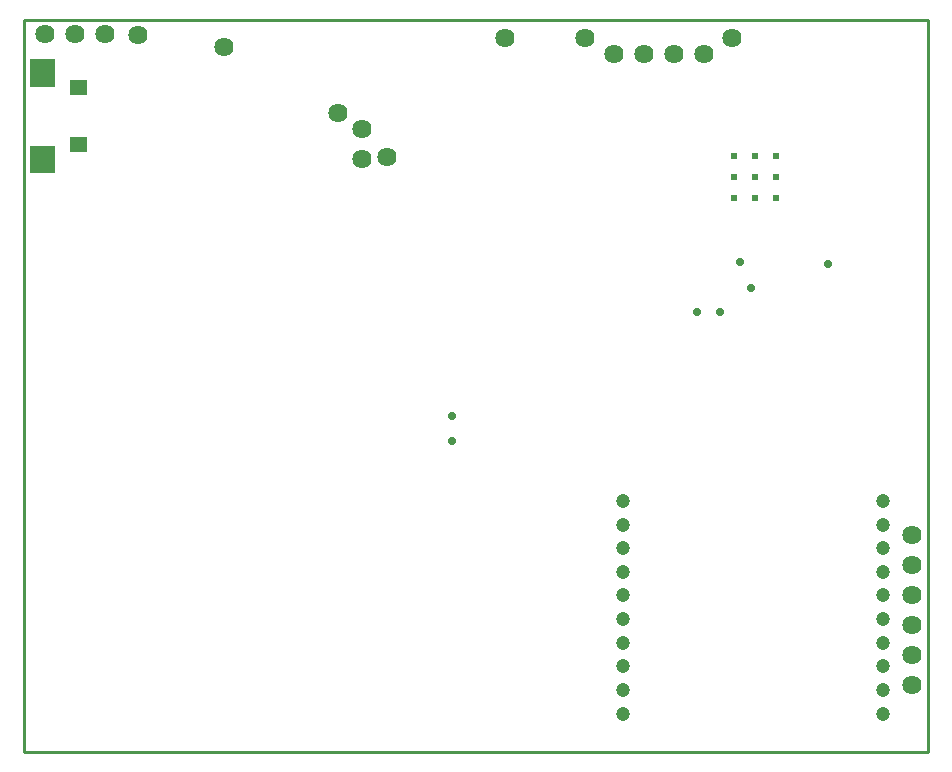
<source format=gbs>
G04 Layer_Color=16711935*
%FSLAX25Y25*%
%MOIN*%
G70*
G01*
G75*
%ADD40C,0.01000*%
%ADD87C,0.06400*%
%ADD88C,0.02762*%
%ADD89C,0.04731*%
%ADD90C,0.04534*%
%ADD91O,0.07880X0.04140*%
%ADD92C,0.02368*%
G36*
X20870Y199992D02*
X15160D01*
Y204907D01*
X20870D01*
Y199992D01*
D02*
G37*
G36*
X10339Y193102D02*
X2058D01*
Y202149D01*
X10339D01*
Y193102D01*
D02*
G37*
G36*
Y221843D02*
X2068D01*
Y230901D01*
X10339D01*
Y221843D01*
D02*
G37*
G36*
X20870Y219087D02*
X15161D01*
Y224013D01*
X20870D01*
Y219087D01*
D02*
G37*
D40*
X0Y0D02*
X301181D01*
Y244100D01*
X0D02*
X301181D01*
X0Y0D02*
Y244100D01*
D87*
X296000Y22500D02*
D03*
Y32500D02*
D03*
Y42500D02*
D03*
Y52500D02*
D03*
Y62500D02*
D03*
Y72500D02*
D03*
X112631Y207832D02*
D03*
Y197831D02*
D03*
X17000Y239389D02*
D03*
X27000D02*
D03*
X120825Y198225D02*
D03*
X66600Y235200D02*
D03*
X7000Y239389D02*
D03*
X38068Y239000D02*
D03*
X104630Y213000D02*
D03*
X187000Y238072D02*
D03*
X236000Y238000D02*
D03*
X160200Y238072D02*
D03*
X226535Y232677D02*
D03*
X216535D02*
D03*
X206535D02*
D03*
X196535D02*
D03*
D88*
X267789Y162800D02*
D03*
X242400Y154659D02*
D03*
X238500Y163500D02*
D03*
X142594Y103800D02*
D03*
X142696Y112000D02*
D03*
X224400Y146700D02*
D03*
X231800Y146600D02*
D03*
D89*
X199592Y83706D02*
D03*
Y75832D02*
D03*
Y67958D02*
D03*
Y60084D02*
D03*
Y52210D02*
D03*
Y44336D02*
D03*
Y36462D02*
D03*
Y28588D02*
D03*
Y20714D02*
D03*
Y12840D02*
D03*
X286206D02*
D03*
Y20714D02*
D03*
Y28588D02*
D03*
Y36462D02*
D03*
Y44336D02*
D03*
Y52210D02*
D03*
Y60084D02*
D03*
Y67958D02*
D03*
Y75832D02*
D03*
Y83706D02*
D03*
D90*
X18016Y221547D02*
D03*
Y202453D02*
D03*
D91*
X6205Y225829D02*
D03*
Y198171D02*
D03*
D92*
X236701Y191800D02*
D03*
Y198800D02*
D03*
Y184800D02*
D03*
X243701D02*
D03*
Y198800D02*
D03*
X250701D02*
D03*
Y191800D02*
D03*
Y184800D02*
D03*
X243701Y191800D02*
D03*
M02*

</source>
